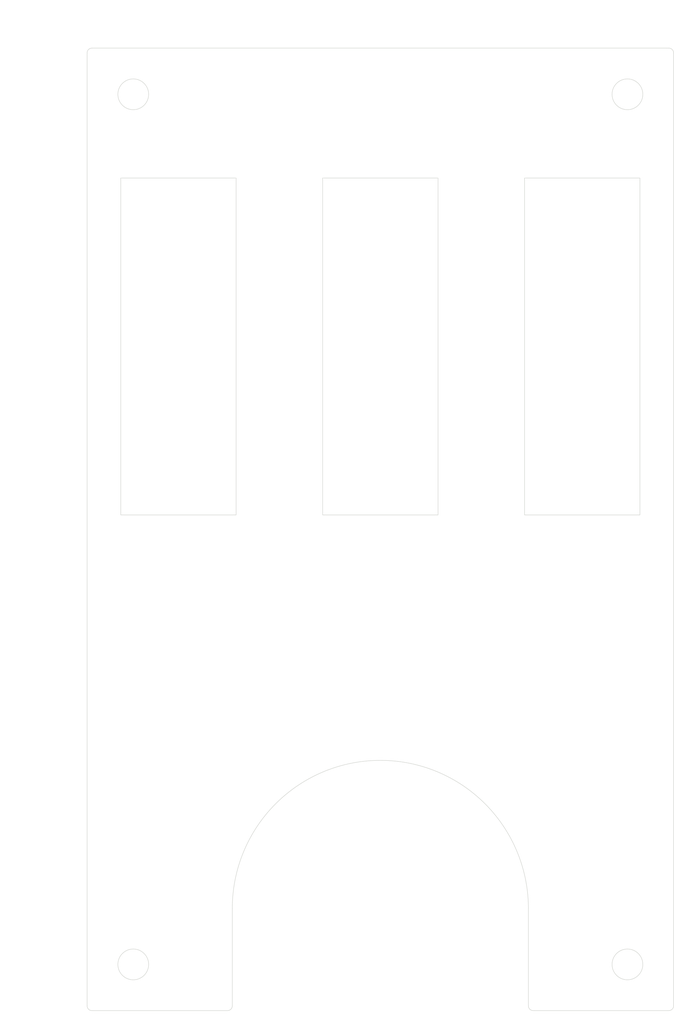
<source format=kicad_pcb>
(kicad_pcb (version 20211014) (generator pcbnew)

  (general
    (thickness 1.6)
  )

  (paper "A4")
  (layers
    (0 "F.Cu" signal)
    (31 "B.Cu" signal)
    (32 "B.Adhes" user "B.Adhesive")
    (33 "F.Adhes" user "F.Adhesive")
    (34 "B.Paste" user)
    (35 "F.Paste" user)
    (36 "B.SilkS" user "B.Silkscreen")
    (37 "F.SilkS" user "F.Silkscreen")
    (38 "B.Mask" user)
    (39 "F.Mask" user)
    (40 "Dwgs.User" user "User.Drawings")
    (41 "Cmts.User" user "User.Comments")
    (42 "Eco1.User" user "User.Eco1")
    (43 "Eco2.User" user "User.Eco2")
    (44 "Edge.Cuts" user)
    (45 "Margin" user)
    (46 "B.CrtYd" user "B.Courtyard")
    (47 "F.CrtYd" user "F.Courtyard")
    (48 "B.Fab" user)
    (49 "F.Fab" user)
    (50 "User.1" user)
    (51 "User.2" user)
    (52 "User.3" user)
    (53 "User.4" user)
    (54 "User.5" user)
    (55 "User.6" user)
    (56 "User.7" user)
    (57 "User.8" user)
    (58 "User.9" user)
  )

  (setup
    (stackup
      (layer "F.SilkS" (type "Top Silk Screen"))
      (layer "F.Paste" (type "Top Solder Paste"))
      (layer "F.Mask" (type "Top Solder Mask") (thickness 0.01))
      (layer "F.Cu" (type "copper") (thickness 0.035))
      (layer "dielectric 1" (type "core") (thickness 1.51) (material "FR4") (epsilon_r 4.5) (loss_tangent 0.02))
      (layer "B.Cu" (type "copper") (thickness 0.035))
      (layer "B.Mask" (type "Bottom Solder Mask") (thickness 0.01))
      (layer "B.Paste" (type "Bottom Solder Paste"))
      (layer "B.SilkS" (type "Bottom Silk Screen"))
      (copper_finish "None")
      (dielectric_constraints no)
    )
    (pad_to_mask_clearance 0)
    (pcbplotparams
      (layerselection 0x0001000_7ffffffe)
      (disableapertmacros false)
      (usegerberextensions true)
      (usegerberattributes false)
      (usegerberadvancedattributes false)
      (creategerberjobfile false)
      (svguseinch false)
      (svgprecision 6)
      (excludeedgelayer true)
      (plotframeref false)
      (viasonmask false)
      (mode 1)
      (useauxorigin true)
      (hpglpennumber 1)
      (hpglpenspeed 20)
      (hpglpendiameter 15.000000)
      (dxfpolygonmode false)
      (dxfimperialunits false)
      (dxfusepcbnewfont false)
      (psnegative false)
      (psa4output false)
      (plotreference true)
      (plotvalue true)
      (plotinvisibletext false)
      (sketchpadsonfab false)
      (subtractmaskfromsilk true)
      (outputformat 3)
      (mirror false)
      (drillshape 0)
      (scaleselection 1)
      (outputdirectory "gerber/")
    )
  )

  (net 0 "")

  (gr_line (start -15.4 -10.6) (end -15.4 -0.5) (layer "Edge.Cuts") (width 0.05) (tstamp 0333cc61-dfdf-419d-a8a5-f662f2ed8d8b))
  (gr_arc (start 30.5 -0.5) (mid 30.353553 -0.146447) (end 30 0) (layer "Edge.Cuts") (width 0.05) (tstamp 137920d5-1813-4723-8f10-b19944f96332))
  (gr_arc (start -30.5 -99.5) (mid -30.353553 -99.853553) (end -30 -100) (layer "Edge.Cuts") (width 0.05) (tstamp 183e4140-50cb-43bd-878f-a70d15c721ec))
  (gr_circle (center 25.7 -95.2) (end 27.3 -95.2) (layer "Edge.Cuts") (width 0.05) (fill none) (tstamp 2bbec90f-8feb-47ec-9815-fa8e648303bb))
  (gr_circle (center 25.7 -4.8) (end 24.1 -4.8) (layer "Edge.Cuts") (width 0.05) (fill none) (tstamp 2e4cda97-bc29-413c-9d0e-c7b888cdcecd))
  (gr_arc (start 30 -100) (mid 30.353553 -99.853553) (end 30.5 -99.5) (layer "Edge.Cuts") (width 0.05) (tstamp 47215b44-a81b-4ade-87da-de4829e949c3))
  (gr_arc (start -15.4 -10.6) (mid 0 -26) (end 15.4 -10.6) (layer "Edge.Cuts") (width 0.05) (tstamp 6f4bf812-138c-435a-8325-99bdfcb7fb2e))
  (gr_line (start -30 0) (end -15.9 0) (layer "Edge.Cuts") (width 0.05) (tstamp 7a69a0f6-665c-4adf-b15c-27dd371a4ccd))
  (gr_line (start 30 0) (end 15.9 0) (layer "Edge.Cuts") (width 0.05) (tstamp 7e63b9a3-985a-4a18-9207-41e901119525))
  (gr_rect (start -6 -86.5) (end 6 -51.5) (layer "Edge.Cuts") (width 0.05) (fill none) (tstamp 83d90ef5-ba1f-4396-a807-2497210769f8))
  (gr_line (start 15.4 -10.6) (end 15.4 -0.5) (layer "Edge.Cuts") (width 0.05) (tstamp 960e3980-6992-4f2f-be18-9d55b25deb4f))
  (gr_circle (center -25.7 -4.8) (end -27.3 -4.8) (layer "Edge.Cuts") (width 0.05) (fill none) (tstamp 97c3dd92-a207-4078-9546-dd9a0d177665))
  (gr_line (start 30.5 -0.5) (end 30.5 -99.5) (layer "Edge.Cuts") (width 0.05) (tstamp 9ffc3d26-a3c9-4659-92d8-d2df14f44eab))
  (gr_line (start -30.5 -99.5) (end -30.5 -75) (layer "Edge.Cuts") (width 0.05) (tstamp a0c64033-eec7-4cb3-932e-7f2c7690d9e9))
  (gr_line (start 30 -100) (end -30 -100) (layer "Edge.Cuts") (width 0.05) (tstamp a3af9908-4231-4852-89b3-93eef861309c))
  (gr_line (start -30.5 -70) (end -30.5 -0.5) (layer "Edge.Cuts") (width 0.05) (tstamp a4525e50-456e-4d57-9ad8-84d9d1c29cd7))
  (gr_rect (start -27 -86.5) (end -15 -51.5) (layer "Edge.Cuts") (width 0.05) (fill none) (tstamp bce5b1ac-044e-4b74-9db6-acb90b2d00f2))
  (gr_arc (start 15.9 0) (mid 15.546447 -0.146447) (end 15.4 -0.5) (layer "Edge.Cuts") (width 0.05) (tstamp ce21ff00-00b8-4ed8-9417-82388977baeb))
  (gr_line (start -30.5 -75) (end -30.5 -70) (layer "Edge.Cuts") (width 0.05) (tstamp db830987-2214-4e36-a213-39ff4cd787cf))
  (gr_arc (start -30 0) (mid -30.353553 -0.146447) (end -30.5 -0.5) (layer "Edge.Cuts") (width 0.05) (tstamp e2ca9cef-f053-499f-a166-187c41a68d8c))
  (gr_rect (start 15 -86.5) (end 27 -51.5) (layer "Edge.Cuts") (width 0.05) (fill none) (tstamp ea8af268-a61a-4080-9052-189d35ada315))
  (gr_circle (center -25.7 -95.2) (end -27.3 -95.2) (layer "Edge.Cuts") (width 0.05) (fill none) (tstamp f5eefedd-0db6-4b1a-9794-8335a9efcb3e))
  (gr_arc (start -15.4 -0.5) (mid -15.546447 -0.146447) (end -15.9 0) (layer "Edge.Cuts") (width 0.05) (tstamp fb83b60f-7c1b-416f-a27e-b479a51fe4b2))
  (gr_circle (center 0 -10.6) (end 12.000417 -10.6) (layer "F.Fab") (width 0.05) (fill none) (tstamp 9702d639-3b1f-4825-8985-b32b9008503d))
  (dimension (type aligned) (layer "F.Fab") (tstamp 6a780180-586a-4241-a52d-dc7a5ffcc966)
    (pts (xy -30 0) (xy -30 -100))
    (height -3)
    (gr_text "100.0000 mm" (at -34.15 -50 90) (layer "F.Fab") (tstamp 6a780180-586a-4241-a52d-dc7a5ffcc966)
      (effects (font (size 1 1) (thickness 0.15)))
    )
    (format (units 3) (units_format 1) (precision 4))
    (style (thickness 0.1) (arrow_length 1.27) (text_position_mode 0) (extension_height 0.58642) (extension_offset 0.5) keep_text_aligned)
  )
  (dimension (type aligned) (layer "F.Fab") (tstamp 712d6a7d-2b62-464f-b745-fd2a6b0187f6)
    (pts (xy -30.5 -99.5) (xy 30.5 -99.5))
    (height -3.5)
    (gr_text "61.0000 mm" (at 0 -104.15) (layer "F.Fab") (tstamp 712d6a7d-2b62-464f-b745-fd2a6b0187f6)
      (effects (font (size 1 1) (thickness 0.15)))
    )
    (format (units 3) (units_format 1) (precision 4))
    (style (thickness 0.1) (arrow_length 1.27) (text_position_mode 0) (extension_height 0.58642) (extension_offset 0.5) keep_text_aligned)
  )

)

</source>
